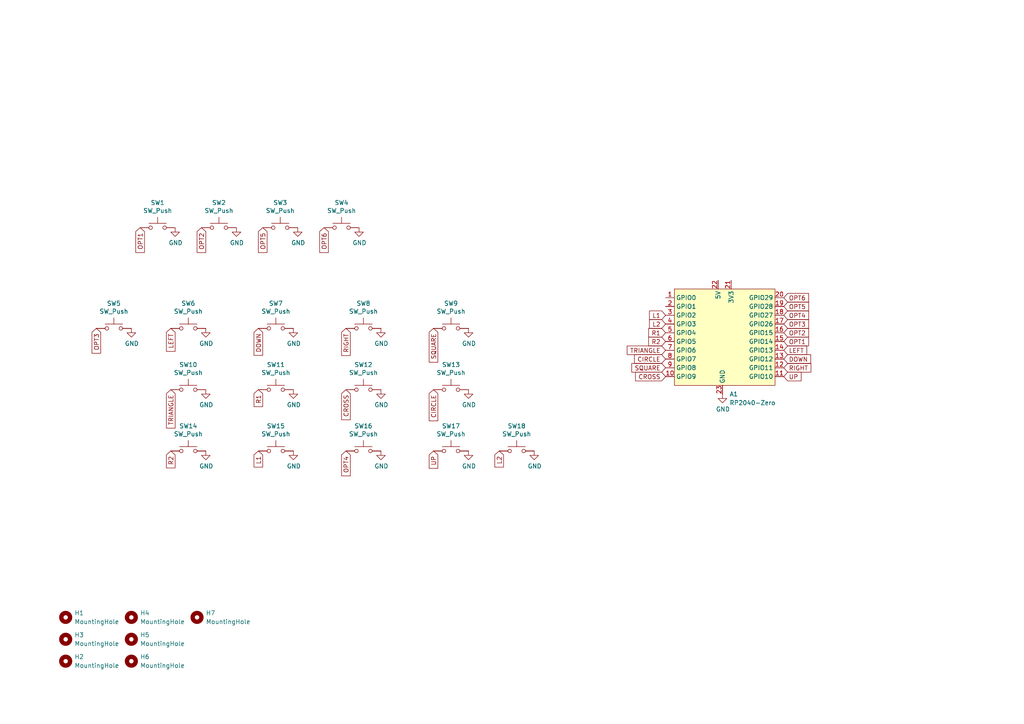
<source format=kicad_sch>
(kicad_sch (version 20231120) (generator "eeschema") (generator_version "8.0")
  (paper "A4")
  (lib_symbols
    (symbol "Mechanical:MountingHole" (pin_names (offset 1.016))
      (property "Reference" "H" (at 0 5.08 0))
      (property "Value" "MountingHole" (at 0 3.175 0))
      (symbol "MountingHole_0_1"
        (circle (center 0 0) (radius 1.27) (stroke (width 1.27)))
      )
    )
    (symbol "RP2040-Zero:RP2040-Zero"
      (property "Reference" "U" (at 0 1.27 0))
      (property "Value" "RP2040-Zero" (at 0 -1.27 0))
      (symbol "RP2040-Zero_0_1"
        (rectangle (start -13.97 12.7) (end 15.24 -15.24) (fill (type background)))
      )
      (symbol "RP2040-Zero_1_1"
        (pin bidirectional line (at -16.51 10.16 0) (length 2.54) (name "GPIO0") (number "1"))
        (pin bidirectional line (at -16.51 -12.7 0) (length 2.54) (name "GPIO9") (number "10"))
        (pin bidirectional line (at 17.78 -12.7 180) (length 2.54) (name "GPIO10") (number "11"))
        (pin bidirectional line (at 17.78 -10.16 180) (length 2.54) (name "GPIO11") (number "12"))
        (pin bidirectional line (at 17.78 -7.62 180) (length 2.54) (name "GPIO12") (number "13"))
        (pin bidirectional line (at 17.78 -5.08 180) (length 2.54) (name "GPIO13") (number "14"))
        (pin bidirectional line (at 17.78 -2.54 180) (length 2.54) (name "GPIO14") (number "15"))
        (pin bidirectional line (at 17.78 0 180) (length 2.54) (name "GPIO15") (number "16"))
        (pin bidirectional line (at 17.78 2.54 180) (length 2.54) (name "GPIO26") (number "17"))
        (pin bidirectional line (at 17.78 5.08 180) (length 2.54) (name "GPIO27") (number "18"))
        (pin bidirectional line (at 17.78 7.62 180) (length 2.54) (name "GPIO28") (number "19"))
        (pin bidirectional line (at -16.51 7.62 0) (length 2.54) (name "GPIO1") (number "2"))
        (pin bidirectional line (at 17.78 10.16 180) (length 2.54) (name "GPIO29") (number "20"))
        (pin power_out line (at 2.54 15.24 270) (length 2.54) (name "3V3") (number "21"))
        (pin power_in line (at -1.27 15.24 270) (length 2.54) (name "5V") (number "22"))
        (pin power_in line (at 0 -17.78 90) (length 2.54) (name "GND") (number "23"))
        (pin bidirectional line (at -16.51 5.08 0) (length 2.54) (name "GPIO2") (number "3"))
        (pin bidirectional line (at -16.51 2.54 0) (length 2.54) (name "GPIO3") (number "4"))
        (pin bidirectional line (at -16.51 0 0) (length 2.54) (name "GPIO4") (number "5"))
        (pin bidirectional line (at -16.51 -2.54 0) (length 2.54) (name "GPIO5") (number "6"))
        (pin bidirectional line (at -16.51 -5.08 0) (length 2.54) (name "GPIO6") (number "7"))
        (pin bidirectional line (at -16.51 -7.62 0) (length 2.54) (name "GPIO7") (number "8"))
        (pin bidirectional line (at -16.51 -10.16 0) (length 2.54) (name "GPIO8") (number "9"))
      )
    )
    (symbol "Switch:SW_Push" (pin_numbers hide) (pin_names (offset 1.016) hide)
      (property "Reference" "SW" (at 1.27 2.54 0))
      (property "Value" "SW_Push" (at 0 -1.524 0))
      (symbol "SW_Push_0_1"
        (circle (center -2.032 0) (radius 0.508))
        (polyline (pts (xy 0 1.27) (xy 0 3.048)))
        (polyline (pts (xy 2.54 1.27) (xy -2.54 1.27)))
        (circle (center 2.032 0) (radius 0.508))
        (pin passive line (at -5.08 0 0) (length 2.54) (name "1") (number "1"))
        (pin passive line (at 5.08 0 180) (length 2.54) (name "2") (number "2"))
      )
    )
    (symbol "power:GND" (power) (pin_names (offset 0))
      (property "Value" "GND" (at 0 -3.81 0))
      (symbol "GND_0_1"
        (polyline (pts (xy 0 0) (xy 0 -1.27) (xy 1.27 -1.27) (xy 0 -2.54) (xy -1.27 -1.27) (xy 0 -1.27)))
      )
      (symbol "GND_1_1"
        (pin power_in line (at 0 0 270) (length 0) hide (name "GND") (number "1"))
      )
    )
  )
  (global_label "TRIANGLE" (shape input) (at 49.53 113.03 270) (property "Intersheetrefs" "${INTERSHEET_REFS}" (effects (hide yes))))
  (global_label "CROSS" (shape input) (at 100.33 113.03 270) (property "Intersheetrefs" "${INTERSHEET_REFS}" (effects (hide yes))))
  (global_label "R2" (shape input) (at 49.53 130.81 270) (property "Intersheetrefs" "${INTERSHEET_REFS}" (effects (hide yes))))
  (global_label "TRIANGLE" (shape input) (at 193.04 101.6 180) (property "Intersheetrefs" "${INTERSHEET_REFS}" (effects (hide yes))))
  (global_label "OPT1" (shape input) (at 227.33 99.06 0) (property "Intersheetrefs" "${INTERSHEET_REFS}" (effects (hide yes))))
  (global_label "L2" (shape input) (at 144.78 130.81 270) (property "Intersheetrefs" "${INTERSHEET_REFS}" (effects (hide yes))))
  (global_label "R1" (shape input) (at 74.93 113.03 270) (property "Intersheetrefs" "${INTERSHEET_REFS}" (effects (hide yes))))
  (global_label "RIGHT" (shape input) (at 100.33 95.25 270) (property "Intersheetrefs" "${INTERSHEET_REFS}" (effects (hide yes))))
  (global_label "SQUARE" (shape input) (at 125.73 95.25 270) (property "Intersheetrefs" "${INTERSHEET_REFS}" (effects (hide yes))))
  (global_label "OPT6" (shape input) (at 93.98 66.04 270) (property "Intersheetrefs" "${INTERSHEET_REFS}" (effects (hide yes))))
  (global_label "SQUARE" (shape input) (at 193.04 106.68 180) (property "Intersheetrefs" "${INTERSHEET_REFS}" (effects (hide yes))))
  (global_label "OPT2" (shape input) (at 58.42 66.04 270) (property "Intersheetrefs" "${INTERSHEET_REFS}" (effects (hide yes))))
  (global_label "UP" (shape input) (at 125.73 130.81 270) (property "Intersheetrefs" "${INTERSHEET_REFS}" (effects (hide yes))))
  (global_label "RIGHT" (shape input) (at 227.33 106.68 0) (property "Intersheetrefs" "${INTERSHEET_REFS}" (effects (hide yes))))
  (global_label "R1" (shape input) (at 193.04 96.52 180) (property "Intersheetrefs" "${INTERSHEET_REFS}" (effects (hide yes))))
  (global_label "OPT3" (shape input) (at 227.33 93.98 0) (property "Intersheetrefs" "${INTERSHEET_REFS}" (effects (hide yes))))
  (global_label "CIRCLE" (shape input) (at 193.04 104.14 180) (property "Intersheetrefs" "${INTERSHEET_REFS}" (effects (hide yes))))
  (global_label "L2" (shape input) (at 193.04 93.98 180) (property "Intersheetrefs" "${INTERSHEET_REFS}" (effects (hide yes))))
  (global_label "CROSS" (shape input) (at 193.04 109.22 180) (property "Intersheetrefs" "${INTERSHEET_REFS}" (effects (hide yes))))
  (global_label "OPT4" (shape input) (at 227.33 91.44 0) (property "Intersheetrefs" "${INTERSHEET_REFS}" (effects (hide yes))))
  (global_label "DOWN" (shape input) (at 74.93 95.25 270) (property "Intersheetrefs" "${INTERSHEET_REFS}" (effects (hide yes))))
  (global_label "LEFT" (shape input) (at 227.33 101.6 0) (property "Intersheetrefs" "${INTERSHEET_REFS}" (effects (hide yes))))
  (global_label "OPT6" (shape input) (at 227.33 86.36 0) (property "Intersheetrefs" "${INTERSHEET_REFS}" (effects (hide yes))))
  (global_label "DOWN" (shape input) (at 227.33 104.14 0) (property "Intersheetrefs" "${INTERSHEET_REFS}" (effects (hide yes))))
  (global_label "R2" (shape input) (at 193.04 99.06 180) (property "Intersheetrefs" "${INTERSHEET_REFS}" (effects (hide yes))))
  (global_label "LEFT" (shape input) (at 49.53 95.25 270) (property "Intersheetrefs" "${INTERSHEET_REFS}" (effects (hide yes))))
  (global_label "UP" (shape input) (at 227.33 109.22 0) (property "Intersheetrefs" "${INTERSHEET_REFS}" (effects (hide yes))))
  (global_label "OPT4" (shape input) (at 100.33 130.81 270) (property "Intersheetrefs" "${INTERSHEET_REFS}" (effects (hide yes))))
  (global_label "OPT5" (shape input) (at 76.2 66.04 270) (property "Intersheetrefs" "${INTERSHEET_REFS}" (effects (hide yes))))
  (global_label "L1" (shape input) (at 74.93 130.81 270) (property "Intersheetrefs" "${INTERSHEET_REFS}" (effects (hide yes))))
  (global_label "CIRCLE" (shape input) (at 125.73 113.03 270) (property "Intersheetrefs" "${INTERSHEET_REFS}" (effects (hide yes))))
  (global_label "OPT1" (shape input) (at 40.64 66.04 270) (property "Intersheetrefs" "${INTERSHEET_REFS}" (effects (hide yes))))
  (global_label "OPT2" (shape input) (at 227.33 96.52 0) (property "Intersheetrefs" "${INTERSHEET_REFS}" (effects (hide yes))))
  (global_label "OPT3" (shape input) (at 27.94 95.25 270) (property "Intersheetrefs" "${INTERSHEET_REFS}" (effects (hide yes))))
  (global_label "OPT5" (shape input) (at 227.33 88.9 0) (property "Intersheetrefs" "${INTERSHEET_REFS}" (effects (hide yes))))
  (global_label "L1" (shape input) (at 193.04 91.44 180) (property "Intersheetrefs" "${INTERSHEET_REFS}" (effects (hide yes))))
  (symbol (lib_id "Switch:SW_Push") (at 45.72 66.04 0) (unit 1)
    (property "Reference" "SW1" (at 45.72 58.801 0))
    (property "Value" "SW_Push" (at 45.72 61.1124 0))
    (property "Footprint" "PCM_Switch_Keyboard_Hotswap_Kailh:SW_Hotswap_Kailh_Choc_V1V2_1.00u" (effects (hide yes)))
  )
  (symbol (lib_id "Switch:SW_Push") (at 63.5 66.04 0) (unit 1)
    (property "Reference" "SW2" (at 63.5 58.801 0))
    (property "Value" "SW_Push" (at 63.5 61.1124 0))
    (property "Footprint" "PCM_Switch_Keyboard_Hotswap_Kailh:SW_Hotswap_Kailh_Choc_V1V2_1.00u" (effects (hide yes)))
  )
  (symbol (lib_id "Switch:SW_Push") (at 81.28 66.04 0) (unit 1)
    (property "Reference" "SW3" (at 81.28 58.801 0))
    (property "Value" "SW_Push" (at 81.28 61.1124 0))
    (property "Footprint" "PCM_Switch_Keyboard_Hotswap_Kailh:SW_Hotswap_Kailh_Choc_V1V2_1.00u" (effects (hide yes)))
  )
  (symbol (lib_id "Switch:SW_Push") (at 99.06 66.04 0) (unit 1)
    (property "Reference" "SW4" (at 99.06 58.801 0))
    (property "Value" "SW_Push" (at 99.06 61.1124 0))
    (property "Footprint" "PCM_Switch_Keyboard_Hotswap_Kailh:SW_Hotswap_Kailh_Choc_V1V2_1.00u" (effects (hide yes)))
  )
  (symbol (lib_id "Switch:SW_Push") (at 33.02 95.25 0) (unit 1)
    (property "Reference" "SW5" (at 33.02 88.011 0))
    (property "Value" "SW_Push" (at 33.02 90.3224 0))
    (property "Footprint" "PCM_Switch_Keyboard_Hotswap_Kailh:SW_Hotswap_Kailh_Choc_V1V2" (effects (hide yes)))
  )
  (symbol (lib_id "Switch:SW_Push") (at 149.86 130.81 0) (unit 1)
    (property "Reference" "SW18" (at 149.86 123.571 0))
    (property "Value" "SW_Push" (at 149.86 125.8824 0))
    (property "Footprint" "PCM_Switch_Keyboard_Hotswap_Kailh:SW_Hotswap_Kailh_Choc_V1V2" (effects (hide yes)))
  )
  (symbol (lib_id "power:GND") (at 50.8 66.04 0) (unit 1)
    (property "Reference" "#PWR01" (effects (hide yes)))
    (property "Value" "GND" (at 50.927 70.4342 0))
  )
  (symbol (lib_id "power:GND") (at 68.58 66.04 0) (unit 1)
    (property "Reference" "#PWR02" (effects (hide yes)))
    (property "Value" "GND" (at 68.707 70.4342 0))
  )
  (symbol (lib_id "power:GND") (at 86.36 66.04 0) (unit 1)
    (property "Reference" "#PWR03" (effects (hide yes)))
    (property "Value" "GND" (at 86.487 70.4342 0))
  )
  (symbol (lib_id "power:GND") (at 104.14 66.04 0) (unit 1)
    (property "Reference" "#PWR04" (effects (hide yes)))
    (property "Value" "GND" (at 104.267 70.4342 0))
  )
  (symbol (lib_id "power:GND") (at 38.1 95.25 0) (unit 1)
    (property "Reference" "#PWR05" (effects (hide yes)))
    (property "Value" "GND" (at 38.227 99.6442 0))
  )
  (symbol (lib_id "power:GND") (at 154.94 130.81 0) (unit 1)
    (property "Reference" "#PWR06" (effects (hide yes)))
    (property "Value" "GND" (at 155.067 135.2042 0))
  )
  (symbol (lib_id "Switch:SW_Push") (at 54.61 95.25 0) (unit 1)
    (property "Reference" "SW6" (at 54.61 88.011 0))
    (property "Value" "SW_Push" (at 54.61 90.3224 0))
    (property "Footprint" "PCM_Switch_Keyboard_Hotswap_Kailh:SW_Hotswap_Kailh_Choc_V1V2" (effects (hide yes)))
  )
  (symbol (lib_id "Switch:SW_Push") (at 130.81 130.81 0) (unit 1)
    (property "Reference" "SW17" (at 130.81 123.571 0))
    (property "Value" "SW_Push" (at 130.81 125.8824 0))
    (property "Footprint" "PCM_Switch_Keyboard_Hotswap_Kailh:SW_Hotswap_Kailh_Choc_V1V2" (effects (hide yes)))
  )
  (symbol (lib_id "Switch:SW_Push") (at 80.01 113.03 0) (unit 1)
    (property "Reference" "SW11" (at 80.01 105.791 0))
    (property "Value" "SW_Push" (at 80.01 108.1024 0))
    (property "Footprint" "PCM_Switch_Keyboard_Hotswap_Kailh:SW_Hotswap_Kailh_Choc_V1V2" (effects (hide yes)))
  )
  (symbol (lib_id "Switch:SW_Push") (at 54.61 130.81 0) (unit 1)
    (property "Reference" "SW14" (at 54.61 123.571 0))
    (property "Value" "SW_Push" (at 54.61 125.8824 0))
    (property "Footprint" "PCM_Switch_Keyboard_Hotswap_Kailh:SW_Hotswap_Kailh_Choc_V1V2" (effects (hide yes)))
  )
  (symbol (lib_id "Switch:SW_Push") (at 80.01 95.25 0) (unit 1)
    (property "Reference" "SW7" (at 80.01 88.011 0))
    (property "Value" "SW_Push" (at 80.01 90.3224 0))
    (property "Footprint" "PCM_Switch_Keyboard_Hotswap_Kailh:SW_Hotswap_Kailh_Choc_V1V2" (effects (hide yes)))
  )
  (symbol (lib_id "Switch:SW_Push") (at 130.81 95.25 0) (unit 1)
    (property "Reference" "SW9" (at 130.81 88.011 0))
    (property "Value" "SW_Push" (at 130.81 90.3224 0))
    (property "Footprint" "PCM_Switch_Keyboard_Hotswap_Kailh:SW_Hotswap_Kailh_Choc_V1V2" (effects (hide yes)))
  )
  (symbol (lib_id "Switch:SW_Push") (at 130.81 113.03 0) (unit 1)
    (property "Reference" "SW13" (at 130.81 105.791 0))
    (property "Value" "SW_Push" (at 130.81 108.1024 0))
    (property "Footprint" "PCM_Switch_Keyboard_Hotswap_Kailh:SW_Hotswap_Kailh_Choc_V1V2" (effects (hide yes)))
  )
  (symbol (lib_id "Switch:SW_Push") (at 80.01 130.81 0) (unit 1)
    (property "Reference" "SW15" (at 80.01 123.571 0))
    (property "Value" "SW_Push" (at 80.01 125.8824 0))
    (property "Footprint" "PCM_Switch_Keyboard_Hotswap_Kailh:SW_Hotswap_Kailh_Choc_V1V2" (effects (hide yes)))
  )
  (symbol (lib_id "Switch:SW_Push") (at 105.41 95.25 0) (unit 1)
    (property "Reference" "SW8" (at 105.41 88.011 0))
    (property "Value" "SW_Push" (at 105.41 90.3224 0))
    (property "Footprint" "PCM_Switch_Keyboard_Hotswap_Kailh:SW_Hotswap_Kailh_Choc_V1V2" (effects (hide yes)))
  )
  (symbol (lib_id "Switch:SW_Push") (at 54.61 113.03 0) (unit 1)
    (property "Reference" "SW10" (at 54.61 105.791 0))
    (property "Value" "SW_Push" (at 54.61 108.1024 0))
    (property "Footprint" "PCM_Switch_Keyboard_Hotswap_Kailh:SW_Hotswap_Kailh_Choc_V1V2" (effects (hide yes)))
  )
  (symbol (lib_id "Switch:SW_Push") (at 105.41 113.03 0) (unit 1)
    (property "Reference" "SW12" (at 105.41 105.791 0))
    (property "Value" "SW_Push" (at 105.41 108.1024 0))
    (property "Footprint" "PCM_Switch_Keyboard_Hotswap_Kailh:SW_Hotswap_Kailh_Choc_V1V2" (effects (hide yes)))
  )
  (symbol (lib_id "Switch:SW_Push") (at 105.41 130.81 0) (unit 1)
    (property "Reference" "SW16" (at 105.41 123.571 0))
    (property "Value" "SW_Push" (at 105.41 125.8824 0))
    (property "Footprint" "PCM_Switch_Keyboard_Hotswap_Kailh:SW_Hotswap_Kailh_Choc_V1V2" (effects (hide yes)))
  )
  (symbol (lib_id "power:GND") (at 59.69 95.25 0) (unit 1)
    (property "Reference" "#PWR07" (effects (hide yes)))
    (property "Value" "GND" (at 59.817 99.6442 0))
  )
  (symbol (lib_id "power:GND") (at 135.89 130.81 0) (unit 1)
    (property "Reference" "#PWR018" (effects (hide yes)))
    (property "Value" "GND" (at 136.017 135.2042 0))
  )
  (symbol (lib_id "power:GND") (at 85.09 113.03 0) (unit 1)
    (property "Reference" "#PWR012" (effects (hide yes)))
    (property "Value" "GND" (at 85.217 117.4242 0))
  )
  (symbol (lib_id "power:GND") (at 59.69 130.81 0) (unit 1)
    (property "Reference" "#PWR015" (effects (hide yes)))
    (property "Value" "GND" (at 59.817 135.2042 0))
  )
  (symbol (lib_id "power:GND") (at 85.09 95.25 0) (unit 1)
    (property "Reference" "#PWR08" (effects (hide yes)))
    (property "Value" "GND" (at 85.217 99.6442 0))
  )
  (symbol (lib_id "power:GND") (at 135.89 95.25 0) (unit 1)
    (property "Reference" "#PWR010" (effects (hide yes)))
    (property "Value" "GND" (at 136.017 99.6442 0))
  )
  (symbol (lib_id "power:GND") (at 135.89 113.03 0) (unit 1)
    (property "Reference" "#PWR013" (effects (hide yes)))
    (property "Value" "GND" (at 136.017 117.4242 0))
  )
  (symbol (lib_id "power:GND") (at 85.09 130.81 0) (unit 1)
    (property "Reference" "#PWR016" (effects (hide yes)))
    (property "Value" "GND" (at 85.217 135.2042 0))
  )
  (symbol (lib_id "power:GND") (at 110.49 130.81 0) (unit 1)
    (property "Reference" "#PWR017" (effects (hide yes)))
    (property "Value" "GND" (at 110.617 135.2042 0))
  )
  (symbol (lib_id "power:GND") (at 110.49 113.03 0) (unit 1)
    (property "Reference" "#PWR014" (effects (hide yes)))
    (property "Value" "GND" (at 110.617 117.4242 0))
  )
  (symbol (lib_id "power:GND") (at 59.69 113.03 0) (unit 1)
    (property "Reference" "#PWR011" (effects (hide yes)))
    (property "Value" "GND" (at 59.817 117.4242 0))
  )
  (symbol (lib_id "power:GND") (at 110.49 95.25 0) (unit 1)
    (property "Reference" "#PWR09" (effects (hide yes)))
    (property "Value" "GND" (at 110.617 99.6442 0))
  )
  (symbol (lib_id "power:GND") (at 209.55 114.3 0) (unit 1)
    (property "Reference" "#PWR0102" (effects (hide yes)))
    (property "Value" "GND" (at 209.677 118.6942 0))
  )
  (symbol (lib_id "Mechanical:MountingHole") (at 19.05 191.77 0) (unit 1)
    (property "Reference" "H2" (at 21.59 190.4999 0) (effects (justify left)))
    (property "Value" "MountingHole" (at 21.59 193.0399 0) (effects (justify left)))
    (property "Footprint" "MountingHole:MountingHole_6.4mm_M6" (effects (hide yes)))
  )
  (symbol (lib_id "Mechanical:MountingHole") (at 19.05 179.07 0) (unit 1)
    (property "Reference" "H1" (at 21.59 177.7999 0) (effects (justify left)))
    (property "Value" "MountingHole" (at 21.59 180.3399 0) (effects (justify left)))
    (property "Footprint" "MountingHole:MountingHole_6.4mm_M6" (effects (hide yes)))
  )
  (symbol (lib_id "Mechanical:MountingHole") (at 57.15 179.07 0) (unit 1)
    (property "Reference" "H7" (at 59.69 177.7999 0) (effects (justify left)))
    (property "Value" "MountingHole" (at 59.69 180.3399 0) (effects (justify left)))
    (property "Footprint" "MountingHole:MountingHole_6.4mm_M6" (effects (hide yes)))
  )
  (symbol (lib_id "Mechanical:MountingHole") (at 38.1 179.07 0) (unit 1)
    (property "Reference" "H4" (at 40.64 177.7999 0) (effects (justify left)))
    (property "Value" "MountingHole" (at 40.64 180.3399 0) (effects (justify left)))
    (property "Footprint" "MountingHole:MountingHole_6.4mm_M6" (effects (hide yes)))
  )
  (symbol (lib_id "RP2040-Zero:RP2040-Zero") (at 209.55 96.52 0) (unit 1)
    (property "Reference" "A1" (at 211.5694 114.3 0) (effects (justify left)))
    (property "Value" "RP2040-Zero" (at 211.5694 116.84 0) (effects (justify left)))
    (property "Footprint" "RP2040-Zero:RP2040-Zero" (effects (hide yes)))
  )
  (symbol (lib_id "Mechanical:MountingHole") (at 38.1 185.42 0) (unit 1)
    (property "Reference" "H5" (at 40.64 184.1499 0) (effects (justify left)))
    (property "Value" "MountingHole" (at 40.64 186.6899 0) (effects (justify left)))
    (property "Footprint" "MountingHole:MountingHole_6.4mm_M6" (effects (hide yes)))
  )
  (symbol (lib_id "Mechanical:MountingHole") (at 38.1 191.77 0) (unit 1)
    (property "Reference" "H6" (at 40.64 190.4999 0) (effects (justify left)))
    (property "Value" "MountingHole" (at 40.64 193.0399 0) (effects (justify left)))
    (property "Footprint" "MountingHole:MountingHole_6.4mm_M6" (effects (hide yes)))
  )
  (symbol (lib_id "Mechanical:MountingHole") (at 19.05 185.42 0) (unit 1)
    (property "Reference" "H3" (at 21.59 184.1499 0) (effects (justify left)))
    (property "Value" "MountingHole" (at 21.59 186.6899 0) (effects (justify left)))
    (property "Footprint" "MountingHole:MountingHole_6.4mm_M6" (effects (hide yes)))
  )
)
</source>
